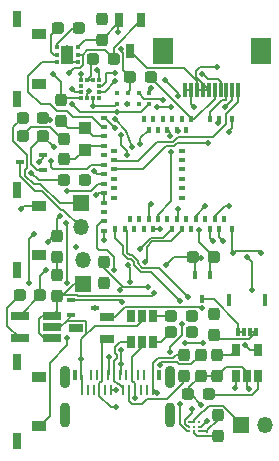
<source format=gbr>
%TF.GenerationSoftware,KiCad,Pcbnew,(5.99.0-8775-g06a515339c)*%
%TF.CreationDate,2021-03-27T00:10:39-04:00*%
%TF.ProjectId,mk2,6d6b322e-6b69-4636-9164-5f7063625858,rev?*%
%TF.SameCoordinates,Original*%
%TF.FileFunction,Copper,L1,Top*%
%TF.FilePolarity,Positive*%
%FSLAX46Y46*%
G04 Gerber Fmt 4.6, Leading zero omitted, Abs format (unit mm)*
G04 Created by KiCad (PCBNEW (5.99.0-8775-g06a515339c)) date 2021-03-27 00:10:39*
%MOMM*%
%LPD*%
G01*
G04 APERTURE LIST*
G04 Aperture macros list*
%AMRoundRect*
0 Rectangle with rounded corners*
0 $1 Rounding radius*
0 $2 $3 $4 $5 $6 $7 $8 $9 X,Y pos of 4 corners*
0 Add a 4 corners polygon primitive as box body*
4,1,4,$2,$3,$4,$5,$6,$7,$8,$9,$2,$3,0*
0 Add four circle primitives for the rounded corners*
1,1,$1+$1,$2,$3*
1,1,$1+$1,$4,$5*
1,1,$1+$1,$6,$7*
1,1,$1+$1,$8,$9*
0 Add four rect primitives between the rounded corners*
20,1,$1+$1,$2,$3,$4,$5,0*
20,1,$1+$1,$4,$5,$6,$7,0*
20,1,$1+$1,$6,$7,$8,$9,0*
20,1,$1+$1,$8,$9,$2,$3,0*%
G04 Aperture macros list end*
%TA.AperFunction,SMDPad,CuDef*%
%ADD10RoundRect,0.237500X-0.237500X0.287500X-0.237500X-0.287500X0.237500X-0.287500X0.237500X0.287500X0*%
%TD*%
%TA.AperFunction,SMDPad,CuDef*%
%ADD11R,0.700000X0.450000*%
%TD*%
%TA.AperFunction,ComponentPad*%
%ADD12O,1.350000X1.350000*%
%TD*%
%TA.AperFunction,ComponentPad*%
%ADD13R,1.350000X1.350000*%
%TD*%
%TA.AperFunction,SMDPad,CuDef*%
%ADD14RoundRect,0.237500X0.287500X0.237500X-0.287500X0.237500X-0.287500X-0.237500X0.287500X-0.237500X0*%
%TD*%
%TA.AperFunction,SMDPad,CuDef*%
%ADD15C,0.229500*%
%TD*%
%TA.AperFunction,SMDPad,CuDef*%
%ADD16RoundRect,0.237500X0.237500X-0.287500X0.237500X0.287500X-0.237500X0.287500X-0.237500X-0.287500X0*%
%TD*%
%TA.AperFunction,SMDPad,CuDef*%
%ADD17R,0.300000X0.350000*%
%TD*%
%TA.AperFunction,SMDPad,CuDef*%
%ADD18R,0.350000X0.300000*%
%TD*%
%TA.AperFunction,SMDPad,CuDef*%
%ADD19R,0.400000X0.600000*%
%TD*%
%TA.AperFunction,SMDPad,CuDef*%
%ADD20R,0.600000X0.400000*%
%TD*%
%TA.AperFunction,SMDPad,CuDef*%
%ADD21R,0.650000X1.060000*%
%TD*%
%TA.AperFunction,SMDPad,CuDef*%
%ADD22R,1.220000X0.650000*%
%TD*%
%TA.AperFunction,SMDPad,CuDef*%
%ADD23R,0.650000X1.220000*%
%TD*%
%TA.AperFunction,SMDPad,CuDef*%
%ADD24R,1.270000X0.900000*%
%TD*%
%TA.AperFunction,SMDPad,CuDef*%
%ADD25R,0.800000X1.450000*%
%TD*%
%TA.AperFunction,SMDPad,CuDef*%
%ADD26R,0.300000X1.300000*%
%TD*%
%TA.AperFunction,SMDPad,CuDef*%
%ADD27R,1.800000X2.200000*%
%TD*%
%TA.AperFunction,SMDPad,CuDef*%
%ADD28R,0.300000X0.700000*%
%TD*%
%TA.AperFunction,SMDPad,CuDef*%
%ADD29R,0.300000X1.000000*%
%TD*%
%TA.AperFunction,SMDPad,CuDef*%
%ADD30RoundRect,0.237500X-0.287500X-0.237500X0.287500X-0.237500X0.287500X0.237500X-0.287500X0.237500X0*%
%TD*%
%TA.AperFunction,SMDPad,CuDef*%
%ADD31R,0.400000X0.420000*%
%TD*%
%TA.AperFunction,SMDPad,CuDef*%
%ADD32R,0.450000X0.700000*%
%TD*%
%TA.AperFunction,SMDPad,CuDef*%
%ADD33RoundRect,0.093750X0.093750X0.106250X-0.093750X0.106250X-0.093750X-0.106250X0.093750X-0.106250X0*%
%TD*%
%TA.AperFunction,ComponentPad*%
%ADD34C,0.500000*%
%TD*%
%TA.AperFunction,SMDPad,CuDef*%
%ADD35R,1.000000X1.600000*%
%TD*%
%TA.AperFunction,SMDPad,CuDef*%
%ADD36R,1.100000X1.050000*%
%TD*%
%TA.AperFunction,SMDPad,CuDef*%
%ADD37R,0.330200X0.812800*%
%TD*%
%TA.AperFunction,SMDPad,CuDef*%
%ADD38R,0.279400X0.812800*%
%TD*%
%TA.AperFunction,ComponentPad*%
%ADD39O,0.914400X2.108200*%
%TD*%
%TA.AperFunction,ComponentPad*%
%ADD40O,0.914400X1.905000*%
%TD*%
%TA.AperFunction,SMDPad,CuDef*%
%ADD41R,1.560000X0.650000*%
%TD*%
%TA.AperFunction,ViaPad*%
%ADD42C,0.500000*%
%TD*%
%TA.AperFunction,Conductor*%
%ADD43C,0.130000*%
%TD*%
%TA.AperFunction,Conductor*%
%ADD44C,0.200000*%
%TD*%
G04 APERTURE END LIST*
D10*
%TO.P,R2,2*%
%TO.N,GND*%
X20400000Y-35675000D03*
%TO.P,R2,1*%
%TO.N,FLASHLIGHT*%
X20400000Y-33925000D03*
%TD*%
D11*
%TO.P,Q1,3,D*%
%TO.N,Net-(J6-Pad2)*%
X19600000Y-37800000D03*
%TO.P,Q1,2,S*%
%TO.N,GND*%
X17600000Y-38450000D03*
%TO.P,Q1,1,G*%
%TO.N,FLASHLIGHT*%
X17600000Y-37150000D03*
%TD*%
D12*
%TO.P,J6,2,Pin_2*%
%TO.N,Net-(J6-Pad2)*%
X18600000Y-33800000D03*
D13*
%TO.P,J6,1,Pin_1*%
%TO.N,VIN*%
X18600000Y-35800000D03*
%TD*%
D14*
%TO.P,R4,1*%
%TO.N,Net-(IC1-Pad35)*%
X27799000Y-39878000D03*
%TO.P,R4,2*%
%TO.N,USB_DP*%
X26049000Y-39878000D03*
%TD*%
%TO.P,R13,1*%
%TO.N,BACKLIGHT*%
X29704000Y-33528000D03*
%TO.P,R13,2*%
%TO.N,GND*%
X27954000Y-33528000D03*
%TD*%
D10*
%TO.P,R14,1*%
%TO.N,VIN*%
X29718000Y-38368000D03*
%TO.P,R14,2*%
%TO.N,Net-(J4-Pad1)*%
X29718000Y-40118000D03*
%TD*%
D15*
%TO.P,U6,A1,TH*%
%TO.N,+BATT*%
X27600000Y-47477000D03*
%TO.P,U6,A2,BATT*%
X28000000Y-47477000D03*
%TO.P,U6,A3,NC*%
%TO.N,N/C*%
X28400000Y-47477000D03*
%TO.P,U6,B1,SCL*%
%TO.N,SCL*%
X27600000Y-47877000D03*
%TO.P,U6,B2,~ALRT~*%
%TO.N,N/C*%
X28000000Y-47877000D03*
%TO.P,U6,B3,SYS*%
%TO.N,BATTPOW*%
X28400000Y-47877000D03*
%TO.P,U6,C1,SDA*%
%TO.N,SDA*%
X27600000Y-48277000D03*
%TO.P,U6,C2,REG*%
%TO.N,Net-(C10-Pad1)*%
X28000000Y-48277000D03*
%TO.P,U6,C3,GND*%
%TO.N,GND*%
X28400000Y-48277000D03*
%TD*%
D16*
%TO.P,C4,1*%
%TO.N,VIN*%
X16383000Y-36816000D03*
%TO.P,C4,2*%
%TO.N,GND*%
X16383000Y-35066000D03*
%TD*%
D14*
%TO.P,C9,1*%
%TO.N,LCD_DISP*%
X24370000Y-18288000D03*
%TO.P,C9,2*%
%TO.N,GND*%
X22620000Y-18288000D03*
%TD*%
D16*
%TO.P,C8,1*%
%TO.N,+5V*%
X20193000Y-15099000D03*
%TO.P,C8,2*%
%TO.N,GND*%
X20193000Y-13349000D03*
%TD*%
D17*
%TO.P,U4,1,SDO*%
%TO.N,GND*%
X18427000Y-20079000D03*
%TO.P,U4,2,SDX*%
%TO.N,SDA*%
X18927000Y-20079000D03*
%TO.P,U4,3,VDDIO*%
%TO.N,VCC*%
X19427000Y-20079000D03*
%TO.P,U4,4*%
%TO.N,N/C*%
X19927000Y-20079000D03*
D18*
%TO.P,U4,5,INT1*%
%TO.N,ACCELINT1*%
X19952000Y-19554000D03*
%TO.P,U4,6,INT2*%
%TO.N,ACCELINT2*%
X19952000Y-19054000D03*
D17*
%TO.P,U4,7,VDD*%
%TO.N,VCC*%
X19927000Y-18529000D03*
%TO.P,U4,8,GNDIO*%
%TO.N,GND*%
X19427000Y-18529000D03*
%TO.P,U4,9,GND*%
X18927000Y-18529000D03*
%TO.P,U4,10,~CSB~*%
%TO.N,VCC*%
X18427000Y-18529000D03*
D18*
%TO.P,U4,11*%
%TO.N,N/C*%
X18402000Y-19054000D03*
%TO.P,U4,12,SCX*%
%TO.N,SCL*%
X18402000Y-19554000D03*
%TD*%
D14*
%TO.P,R15,1*%
%TO.N,BUZZER*%
X15250000Y-23250000D03*
%TO.P,R15,2*%
%TO.N,GND*%
X13500000Y-23250000D03*
%TD*%
D19*
%TO.P,IC1,1,GND_1*%
%TO.N,GND*%
X31250000Y-21850000D03*
%TO.P,IC1,2,GND_2*%
X30150000Y-21850000D03*
%TO.P,IC1,3,P1.10*%
%TO.N,LCD_CS*%
X29350000Y-21850000D03*
%TO.P,IC1,4,P1.11*%
%TO.N,LCD_DISP*%
X27750000Y-21850000D03*
%TO.P,IC1,5,P1.12*%
%TO.N,N/C*%
X27350000Y-22750000D03*
%TO.P,IC1,6,P1.13*%
X26950000Y-21850000D03*
%TO.P,IC1,7,P1.14*%
%TO.N,ACCELINT1*%
X26550000Y-22750000D03*
%TO.P,IC1,8,P1.15*%
%TO.N,N/C*%
X26150000Y-21850000D03*
%TO.P,IC1,9,P0.03*%
%TO.N,ACCELINT2*%
X25750000Y-22750000D03*
%TO.P,IC1,10,P0.29*%
%TO.N,N/C*%
X25350000Y-21850000D03*
%TO.P,IC1,11,P0.02*%
X24950000Y-22750000D03*
%TO.P,IC1,12,P0.31*%
X24550000Y-21850000D03*
%TO.P,IC1,13,P0.28*%
%TO.N,BUZZER*%
X24150000Y-22750000D03*
%TO.P,IC1,14,P0.30*%
%TO.N,N/C*%
X23750000Y-21850000D03*
D20*
%TO.P,IC1,15,GND_3*%
%TO.N,GND*%
X20350000Y-21700000D03*
%TO.P,IC1,16,P0.27*%
%TO.N,5VREG_EN*%
X20350000Y-22500000D03*
%TO.P,IC1,17,P0.00/XL1*%
%TO.N,/XL1*%
X20350000Y-23300000D03*
%TO.P,IC1,18,P0.01/XL2*%
%TO.N,/XL2*%
X20350000Y-24100000D03*
%TO.P,IC1,19,P0.26*%
%TO.N,N/C*%
X21250000Y-24500000D03*
%TO.P,IC1,20,P0.04*%
X20350000Y-24900000D03*
%TO.P,IC1,21,P0.05*%
%TO.N,SPI_CLK*%
X21250000Y-25300000D03*
%TO.P,IC1,22,P0.06*%
%TO.N,BUTTON1*%
X20350000Y-25700000D03*
%TO.P,IC1,23,P0.07*%
%TO.N,SPI_MOSI*%
X21250000Y-26100000D03*
%TO.P,IC1,24,P0.08*%
%TO.N,BUTTON5*%
X20350000Y-26500000D03*
%TO.P,IC1,25,P1.08*%
%TO.N,N/C*%
X21250000Y-26900000D03*
%TO.P,IC1,26,P1.09*%
%TO.N,BUTTON3*%
X20350000Y-27300000D03*
%TO.P,IC1,27,P0.11*%
%TO.N,N/C*%
X21250000Y-27700000D03*
%TO.P,IC1,28,VDD*%
%TO.N,VCC*%
X20350000Y-28100000D03*
%TO.P,IC1,29,P0.12*%
%TO.N,N/C*%
X21250000Y-28500000D03*
%TO.P,IC1,30,VDDH*%
%TO.N,VCC*%
X20350000Y-28900000D03*
%TO.P,IC1,31,DCCH*%
%TO.N,N/C*%
X20350000Y-29700000D03*
%TO.P,IC1,32,VBUS*%
%TO.N,VUSB*%
X20350000Y-30500000D03*
%TO.P,IC1,33,GND_4*%
%TO.N,GND*%
X20350000Y-31300000D03*
D19*
%TO.P,IC1,34,D-*%
%TO.N,Net-(IC1-Pad34)*%
X21350000Y-31150000D03*
%TO.P,IC1,35,D+*%
%TO.N,Net-(IC1-Pad35)*%
X22150000Y-31150000D03*
%TO.P,IC1,36,P0.14*%
%TO.N,N/C*%
X22550000Y-30250000D03*
%TO.P,IC1,37,P0.13*%
%TO.N,SPARE*%
X22950000Y-31150000D03*
%TO.P,IC1,38,P0.16*%
%TO.N,N/C*%
X23350000Y-30250000D03*
%TO.P,IC1,39,P0.15*%
X23750000Y-31150000D03*
%TO.P,IC1,40,P0.18/RESET*%
%TO.N,RST*%
X24150000Y-30250000D03*
%TO.P,IC1,41,P0.17*%
%TO.N,RTCIRQ*%
X24550000Y-31150000D03*
%TO.P,IC1,42,P0.19*%
%TO.N,SQW*%
X24950000Y-30250000D03*
%TO.P,IC1,43,P0.21*%
%TO.N,SIDE_INT*%
X25750000Y-30250000D03*
%TO.P,IC1,44,P0.20*%
%TO.N,SDA*%
X26150000Y-31150000D03*
%TO.P,IC1,45,P0.23*%
%TO.N,BACKLIGHT*%
X26550000Y-30250000D03*
%TO.P,IC1,46,P0.22*%
%TO.N,SCL*%
X26950000Y-31150000D03*
%TO.P,IC1,47,P1.00*%
%TO.N,N/C*%
X27350000Y-30250000D03*
%TO.P,IC1,48,P0.24*%
X27750000Y-31150000D03*
%TO.P,IC1,49,P0.25*%
%TO.N,FLASHLIGHT*%
X28150000Y-30250000D03*
%TO.P,IC1,50,P1.02*%
%TO.N,N/C*%
X28950000Y-30250000D03*
%TO.P,IC1,51,SWDIO*%
%TO.N,SWDIO*%
X29350000Y-31150000D03*
%TO.P,IC1,52,P0.09/NFC1*%
%TO.N,CHGNG*%
X29750000Y-30250000D03*
%TO.P,IC1,53,SWDCLK*%
%TO.N,SWDCLK*%
X30150000Y-31150000D03*
%TO.P,IC1,54,P0.10/NFC2*%
%TO.N,N/C*%
X30550000Y-30250000D03*
%TO.P,IC1,55,GND_5*%
%TO.N,GND*%
X31250000Y-31150000D03*
D20*
%TO.P,IC1,56,P1.04*%
%TO.N,N/C*%
X26950000Y-24500000D03*
%TO.P,IC1,57,P1.06*%
X26950000Y-25300000D03*
%TO.P,IC1,58,P1.07*%
X26950000Y-26100000D03*
%TO.P,IC1,59,P1.05*%
X26950000Y-26900000D03*
%TO.P,IC1,60,P1.03*%
X26950000Y-27700000D03*
%TO.P,IC1,61,P1.01*%
X26950000Y-28500000D03*
%TD*%
D21*
%TO.P,U3,1,STAT*%
%TO.N,CHGNG*%
X31550000Y-43600000D03*
%TO.P,U3,2,VSS*%
%TO.N,GND*%
X32500000Y-43600000D03*
%TO.P,U3,3,VBAT*%
%TO.N,BATTPOW*%
X33450000Y-43600000D03*
%TO.P,U3,4,VDD*%
%TO.N,VUSB*%
X33450000Y-41400000D03*
%TO.P,U3,5,PROG*%
%TO.N,Net-(R9-Pad1)*%
X31550000Y-41400000D03*
%TD*%
D16*
%TO.P,C10,1*%
%TO.N,Net-(C10-Pad1)*%
X30000000Y-48627000D03*
%TO.P,C10,2*%
%TO.N,GND*%
X30000000Y-46877000D03*
%TD*%
D22*
%TO.P,D1,1,A*%
%TO.N,VUSB*%
X20620000Y-40450000D03*
%TO.P,D1,2,A*%
%TO.N,BATTPOW*%
X20620000Y-38550000D03*
%TO.P,D1,3,K*%
%TO.N,Net-(D1-Pad3)*%
X18000000Y-39500000D03*
%TD*%
D11*
%TO.P,Q4,1,G*%
%TO.N,BUZZER*%
X15250000Y-26150000D03*
%TO.P,Q4,2,S*%
%TO.N,GND*%
X15250000Y-24850000D03*
%TO.P,Q4,3,D*%
%TO.N,Net-(J3-Pad2)*%
X13250000Y-25500000D03*
%TD*%
D14*
%TO.P,C20,1*%
%TO.N,BATTPOW*%
X29250000Y-45127000D03*
%TO.P,C20,2*%
%TO.N,GND*%
X27500000Y-45127000D03*
%TD*%
D21*
%TO.P,U5,1,CH1Out*%
%TO.N,USB_DN*%
X24572000Y-38524000D03*
%TO.P,U5,2,GND*%
%TO.N,GND*%
X23622000Y-38524000D03*
%TO.P,U5,3,CH1In*%
%TO.N,USB_DN_EXT*%
X22672000Y-38524000D03*
%TO.P,U5,4,CH2Int*%
%TO.N,USB_DP_EXT*%
X22672000Y-40724000D03*
%TO.P,U5,5,VCC*%
%TO.N,VUSB*%
X23622000Y-40724000D03*
%TO.P,U5,6,CH2Out*%
%TO.N,USB_DP*%
X24572000Y-40724000D03*
%TD*%
D23*
%TO.P,D2,1,A*%
%TO.N,VIN*%
X23556000Y-13422000D03*
%TO.P,D2,2,A*%
%TO.N,+5V*%
X21656000Y-13422000D03*
%TO.P,D2,3,K*%
%TO.N,DISP_POWER*%
X22606000Y-16042000D03*
%TD*%
D24*
%TO.P,SW2,1,1*%
%TO.N,GND*%
X14885000Y-14650000D03*
%TO.P,SW2,2,2*%
%TO.N,BUTTON1*%
X14885000Y-18850000D03*
D25*
%TO.P,SW2,3*%
%TO.N,N/C*%
X13000000Y-13375000D03*
%TO.P,SW2,4*%
X13000000Y-20125000D03*
%TD*%
D26*
%TO.P,J1,1,Pin_1*%
%TO.N,SPI_CLK*%
X31750000Y-19350000D03*
%TO.P,J1,2,Pin_2*%
%TO.N,SPI_MOSI*%
X31250000Y-19350000D03*
%TO.P,J1,3,Pin_3*%
%TO.N,LCD_CS*%
X30750000Y-19350000D03*
%TO.P,J1,4,Pin_4*%
%TO.N,SQW*%
X30250000Y-19350000D03*
%TO.P,J1,5,Pin_5*%
%TO.N,LCD_DISP*%
X29750000Y-19350000D03*
%TO.P,J1,6,Pin_6*%
%TO.N,DISP_POWER*%
X29250000Y-19350000D03*
%TO.P,J1,7,Pin_7*%
X28750000Y-19350000D03*
%TO.P,J1,8,Pin_8*%
X28250000Y-19350000D03*
%TO.P,J1,9,Pin_9*%
%TO.N,GND*%
X27750000Y-19350000D03*
%TO.P,J1,10,Pin_10*%
X27250000Y-19350000D03*
D27*
%TO.P,J1,MP*%
%TO.N,N/C*%
X25350000Y-16100000D03*
X33650000Y-16100000D03*
%TD*%
D10*
%TO.P,R9,1*%
%TO.N,Net-(R9-Pad1)*%
X29972000Y-41797000D03*
%TO.P,R9,2*%
%TO.N,GND*%
X29972000Y-43547000D03*
%TD*%
D28*
%TO.P,J4,1,1*%
%TO.N,Net-(J4-Pad1)*%
X33250000Y-39825000D03*
%TO.P,J4,2,2*%
X32750000Y-39825000D03*
%TO.P,J4,3,3*%
%TO.N,Net-(J4-Pad3)*%
X32250000Y-39825000D03*
%TO.P,J4,4,4*%
X31750000Y-39825000D03*
D29*
%TO.P,J4,S1,SHIELD*%
%TO.N,N/C*%
X34040000Y-37175000D03*
%TO.P,J4,S2,SHIELD__1*%
X30960000Y-37175000D03*
%TD*%
D10*
%TO.P,C2,1*%
%TO.N,GND*%
X17000000Y-23500000D03*
%TO.P,C2,2*%
%TO.N,/XL2*%
X17000000Y-25250000D03*
%TD*%
D30*
%TO.P,C5,1*%
%TO.N,GND*%
X19445000Y-16764000D03*
%TO.P,C5,2*%
%TO.N,VIN*%
X21195000Y-16764000D03*
%TD*%
D31*
%TO.P,IC2,1,SDA*%
%TO.N,SDA*%
X24210000Y-19616000D03*
%TO.P,IC2,2,SQW*%
%TO.N,SQW*%
X23310000Y-19616000D03*
%TO.P,IC2,3,VSS*%
%TO.N,GND*%
X22410000Y-19616000D03*
%TO.P,IC2,4*%
%TO.N,N/C*%
X21510000Y-19616000D03*
%TO.P,IC2,5,VCC*%
%TO.N,VCC*%
X21510000Y-20516000D03*
%TO.P,IC2,6,~IRQ/OUT~*%
%TO.N,RTCIRQ*%
X22410000Y-20516000D03*
%TO.P,IC2,7*%
%TO.N,N/C*%
X23310000Y-20516000D03*
%TO.P,IC2,8,SCL*%
%TO.N,SCL*%
X24210000Y-20516000D03*
%TD*%
D13*
%TO.P,BT1,1,+*%
%TO.N,+BATT*%
X32000000Y-47750000D03*
D12*
%TO.P,BT1,2,-*%
%TO.N,GND*%
X34000000Y-47750000D03*
%TD*%
D24*
%TO.P,SW4,1,1*%
%TO.N,GND*%
X14885000Y-43650000D03*
%TO.P,SW4,2,2*%
%TO.N,BUTTON3*%
X14885000Y-47850000D03*
D25*
%TO.P,SW4,3*%
%TO.N,N/C*%
X13000000Y-42375000D03*
%TO.P,SW4,4*%
X13000000Y-49125000D03*
%TD*%
D14*
%TO.P,C6,1*%
%TO.N,Net-(C6-Pad1)*%
X18274000Y-14097000D03*
%TO.P,C6,2*%
%TO.N,Net-(C6-Pad2)*%
X16524000Y-14097000D03*
%TD*%
D32*
%TO.P,Q3,1,G*%
%TO.N,BACKLIGHT*%
X29352000Y-35068000D03*
%TO.P,Q3,2,S*%
%TO.N,GND*%
X28052000Y-35068000D03*
%TO.P,Q3,3,D*%
%TO.N,Net-(J4-Pad3)*%
X28702000Y-37068000D03*
%TD*%
D33*
%TO.P,U1,1,GND*%
%TO.N,GND*%
X18140500Y-17033000D03*
%TO.P,U1,2,VIN*%
%TO.N,VIN*%
X18140500Y-16383000D03*
%TO.P,U1,3,VOUT*%
%TO.N,+5V*%
X18140500Y-15733000D03*
%TO.P,U1,4,CP+*%
%TO.N,Net-(C6-Pad1)*%
X16365500Y-15733000D03*
%TO.P,U1,5,CP-*%
%TO.N,Net-(C6-Pad2)*%
X16365500Y-16383000D03*
%TO.P,U1,6,ENA*%
%TO.N,5VREG_EN*%
X16365500Y-17033000D03*
D34*
%TO.P,U1,7,EP*%
%TO.N,GND*%
X17253000Y-15833000D03*
X17253000Y-16933000D03*
D35*
X17253000Y-16383000D03*
%TD*%
D36*
%TO.P,Y1,1,1*%
%TO.N,/XL2*%
X18750000Y-24425000D03*
%TO.P,Y1,2,2*%
%TO.N,/XL1*%
X18750000Y-22575000D03*
%TD*%
D37*
%TO.P,J2,29*%
%TO.N,N/C*%
X17950000Y-43491007D03*
%TO.P,J2,30*%
X25050000Y-43491007D03*
D38*
%TO.P,J2,A1,GND*%
%TO.N,GND*%
X18449968Y-43491068D03*
%TO.P,J2,A2,TX1+*%
%TO.N,N/C*%
X19250068Y-43491068D03*
%TO.P,J2,A3,TX1-*%
X19749940Y-43491068D03*
%TO.P,J2,A4,VBUS*%
%TO.N,VUSB*%
X20250066Y-43491068D03*
%TO.P,J2,A5,CC1*%
%TO.N,Net-(J2-PadA5)*%
X20750192Y-43491068D03*
%TO.P,J2,A6,D+*%
%TO.N,USB_DP_EXT*%
X21250318Y-43491068D03*
%TO.P,J2,A7,D-*%
%TO.N,USB_DN_EXT*%
X21750444Y-43491068D03*
%TO.P,J2,A8,SBU1*%
%TO.N,N/C*%
X22250570Y-43491068D03*
%TO.P,J2,A9,VBUS*%
%TO.N,VUSB*%
X22750696Y-43491068D03*
%TO.P,J2,A10,RX2-*%
%TO.N,N/C*%
X23250822Y-43491068D03*
%TO.P,J2,A11,RX2+*%
X23749932Y-43491068D03*
%TO.P,J2,A12,GND*%
%TO.N,GND*%
X24550032Y-43491068D03*
%TO.P,J2,B1,GND*%
X24499994Y-44741068D03*
%TO.P,J2,B2,TX2+*%
%TO.N,N/C*%
X23999868Y-44741068D03*
%TO.P,J2,B3,TX2-*%
X23499742Y-44741068D03*
%TO.P,J2,B4,VBUS*%
%TO.N,VUSB*%
X22999616Y-44741068D03*
%TO.P,J2,B5,CC2*%
%TO.N,Net-(J2-PadB5)*%
X22499490Y-44741068D03*
%TO.P,J2,B6,D+*%
%TO.N,USB_DP_EXT*%
X21999364Y-44741068D03*
%TO.P,J2,B7,D-*%
%TO.N,USB_DN_EXT*%
X20999874Y-44741068D03*
%TO.P,J2,B8,SBU2*%
%TO.N,N/C*%
X20499748Y-44741068D03*
%TO.P,J2,B9,VBUS*%
%TO.N,VUSB*%
X19999622Y-44741068D03*
%TO.P,J2,B10,RX1-*%
%TO.N,N/C*%
X19499496Y-44741068D03*
%TO.P,J2,B11,RX1+*%
X18999370Y-44741068D03*
%TO.P,J2,B12,GND*%
%TO.N,GND*%
X18499244Y-44741068D03*
D39*
%TO.P,J2,S_1*%
%TO.N,N/C*%
X25950000Y-46866067D03*
%TO.P,J2,S_2*%
X17050000Y-46866067D03*
D40*
%TO.P,J2,S_3*%
X25950000Y-43666066D03*
%TO.P,J2,S_4*%
X17050000Y-43666066D03*
%TD*%
D10*
%TO.P,C7,1*%
%TO.N,VCC*%
X16383000Y-31764000D03*
%TO.P,C7,2*%
%TO.N,GND*%
X16383000Y-33514000D03*
%TD*%
D14*
%TO.P,R3,1*%
%TO.N,Net-(IC1-Pad34)*%
X27799000Y-38481000D03*
%TO.P,R3,2*%
%TO.N,USB_DN*%
X26049000Y-38481000D03*
%TD*%
D16*
%TO.P,R11,1*%
%TO.N,Net-(J2-PadB5)*%
X27178000Y-43547000D03*
%TO.P,R11,2*%
%TO.N,GND*%
X27178000Y-41797000D03*
%TD*%
D14*
%TO.P,R16,1*%
%TO.N,VCC*%
X15250000Y-21750000D03*
%TO.P,R16,2*%
%TO.N,Net-(J3-Pad1)*%
X13500000Y-21750000D03*
%TD*%
%TO.P,C3,1*%
%TO.N,VCC*%
X18750000Y-27000000D03*
%TO.P,C3,2*%
%TO.N,GND*%
X17000000Y-27000000D03*
%TD*%
D24*
%TO.P,SW1,1,1*%
%TO.N,GND*%
X14885000Y-29150000D03*
%TO.P,SW1,2,2*%
%TO.N,BUTTON5*%
X14885000Y-33350000D03*
D25*
%TO.P,SW1,3*%
%TO.N,N/C*%
X13000000Y-27875000D03*
%TO.P,SW1,4*%
X13000000Y-34625000D03*
%TD*%
D13*
%TO.P,J3,1,Pin_1*%
%TO.N,Net-(J3-Pad1)*%
X18415000Y-28972000D03*
D12*
%TO.P,J3,2,Pin_2*%
%TO.N,Net-(J3-Pad2)*%
X18415000Y-30972000D03*
%TD*%
D16*
%TO.P,R12,1*%
%TO.N,GND*%
X28575000Y-43547000D03*
%TO.P,R12,2*%
%TO.N,Net-(J2-PadA5)*%
X28575000Y-41797000D03*
%TD*%
D41*
%TO.P,U2,1,VIN*%
%TO.N,VIN*%
X15950000Y-40400000D03*
%TO.P,U2,2,GND*%
%TO.N,GND*%
X15950000Y-39450000D03*
%TO.P,U2,3,EN*%
%TO.N,VIN*%
X15950000Y-38500000D03*
%TO.P,U2,4,FB*%
%TO.N,VCC*%
X13250000Y-38500000D03*
%TO.P,U2,5,SW*%
%TO.N,Net-(L1-Pad1)*%
X13250000Y-40400000D03*
%TD*%
D30*
%TO.P,L1,1,1*%
%TO.N,Net-(L1-Pad1)*%
X13250000Y-36750000D03*
%TO.P,L1,2,2*%
%TO.N,VCC*%
X15000000Y-36750000D03*
%TD*%
D10*
%TO.P,C1,1*%
%TO.N,GND*%
X16750000Y-20250000D03*
%TO.P,C1,2*%
%TO.N,/XL1*%
X16750000Y-22000000D03*
%TD*%
D42*
%TO.N,GND*%
X20400000Y-35600000D03*
%TO.N,FLASHLIGHT*%
X21714158Y-36301245D03*
X21900000Y-37300000D03*
%TO.N,Net-(J6-Pad2)*%
X19600000Y-37800000D03*
%TO.N,GND*%
X16383000Y-35066000D03*
%TO.N,VUSB*%
X21249148Y-34630852D03*
%TO.N,VCC*%
X15487056Y-34588825D03*
X15600000Y-32200000D03*
%TO.N,SDA*%
X23400000Y-32800000D03*
%TO.N,SCL*%
X22390798Y-34190798D03*
%TO.N,GND*%
X33655000Y-33172400D03*
X20269200Y-13258800D03*
X14909800Y-25425400D03*
X14986000Y-14478000D03*
X20421600Y-32054800D03*
X18449968Y-42150032D03*
X21336000Y-22606000D03*
X30073600Y-22148800D03*
X16967200Y-23317200D03*
X27200000Y-41800000D03*
X28586081Y-33568972D03*
X32639000Y-44704000D03*
X28575000Y-43547000D03*
X13614400Y-23418800D03*
X21831000Y-15937999D03*
X30073600Y-43561000D03*
X14224000Y-26365200D03*
X24900000Y-45000000D03*
X25600000Y-34200000D03*
X28600000Y-46000000D03*
X16052800Y-18034000D03*
X31292800Y-33172400D03*
X30175200Y-46812200D03*
X17983200Y-32664400D03*
X19304000Y-16764000D03*
X15000000Y-43600000D03*
X27990800Y-20777200D03*
X13335000Y-29464000D03*
X30937200Y-22910800D03*
%TO.N,VCC*%
X19822694Y-17679875D03*
X22301200Y-24892000D03*
X18750000Y-27000000D03*
X16662400Y-30022800D03*
X15825000Y-21925392D03*
X19456400Y-20726400D03*
X21793200Y-23164800D03*
X18427000Y-18020600D03*
X19685000Y-28270200D03*
%TO.N,VIN*%
X14000000Y-35750000D03*
X14419999Y-31580001D03*
X24638000Y-36576000D03*
X15950000Y-38500000D03*
X17399000Y-17907000D03*
X29718000Y-38368000D03*
X16383000Y-36816000D03*
%TO.N,BATTPOW*%
X29250000Y-45127000D03*
X29075147Y-47396517D03*
X28702000Y-37868002D03*
%TO.N,VUSB*%
X32325002Y-41000000D03*
X28800009Y-40800000D03*
X23665010Y-40724000D03*
X27200000Y-40800000D03*
X21400000Y-46200000D03*
X20620000Y-40450000D03*
X22999617Y-45416901D03*
%TO.N,Net-(IC1-Pad34)*%
X26797000Y-37211000D03*
X27799000Y-38481000D03*
%TO.N,Net-(IC1-Pad35)*%
X27483838Y-36855038D03*
X27799000Y-39878000D03*
%TO.N,RST*%
X24341010Y-28998990D03*
%TO.N,SWDIO*%
X29591000Y-32131000D03*
%TO.N,SWDCLK*%
X30480000Y-32131000D03*
%TO.N,SQW*%
X28702000Y-18034000D03*
X26070863Y-24643340D03*
X25400000Y-20193000D03*
%TO.N,SDA*%
X26814872Y-45995290D03*
X19123667Y-19480928D03*
X22758400Y-24180800D03*
X21323702Y-21854327D03*
X24333200Y-19202400D03*
%TO.N,RTCIRQ*%
X22352000Y-20574000D03*
X25146000Y-31115000D03*
%TO.N,SCL*%
X26991028Y-39192882D03*
X23876000Y-33909000D03*
X21452997Y-21219003D03*
X17673385Y-20594010D03*
X25979659Y-41521428D03*
X17653000Y-19304000D03*
X27800000Y-46400000D03*
X22600000Y-35600000D03*
%TO.N,BACKLIGHT*%
X26670000Y-29464000D03*
X28440990Y-31195332D03*
%TO.N,BUZZER*%
X16118817Y-24224193D03*
X23446133Y-23976758D03*
%TO.N,CHGNG*%
X32893000Y-36307000D03*
X30988000Y-29210000D03*
X31496000Y-44577000D03*
X32492000Y-33508000D03*
%TO.N,SPI_MOSI*%
X29210000Y-23876000D03*
X30607000Y-20828000D03*
%TO.N,BUTTON1*%
X14885000Y-18850000D03*
X15890675Y-25418525D03*
%TO.N,BUTTON5*%
X19536732Y-26267732D03*
X14885009Y-33350000D03*
%TO.N,BUTTON3*%
X17200000Y-30600000D03*
X17272000Y-35728000D03*
X17272000Y-27925000D03*
X17272000Y-40328000D03*
%TO.N,DISP_POWER*%
X29972000Y-17429000D03*
%TO.N,ACCELINT2*%
X24892000Y-20828000D03*
X26035000Y-20828000D03*
X21336000Y-17907000D03*
X25965209Y-23283318D03*
%TO.N,ACCELINT1*%
X25553943Y-18548721D03*
X26653168Y-22843168D03*
X21336000Y-18643600D03*
X26635326Y-19896775D03*
%TO.N,+5V*%
X21590000Y-14478000D03*
%TO.N,USB_DN_EXT*%
X21800000Y-41400000D03*
X21400000Y-44800000D03*
X22672000Y-38524000D03*
X21800000Y-42600000D03*
%TO.N,FLASHLIGHT*%
X24130000Y-36068000D03*
X28956000Y-29210000D03*
%TO.N,Net-(D1-Pad3)*%
X18000000Y-39500000D03*
%TO.N,Net-(J2-PadA5)*%
X20800000Y-42000000D03*
X25111855Y-42616481D03*
%TD*%
D43*
%TO.N,GND*%
X20400000Y-35675000D02*
X20400000Y-35600000D01*
%TO.N,FLASHLIGHT*%
X21947403Y-36068000D02*
X21714158Y-36301245D01*
X22232000Y-36068000D02*
X21947403Y-36068000D01*
%TO.N,VIN*%
X18165011Y-36802000D02*
X24412000Y-36802000D01*
X16397000Y-36802000D02*
X16489011Y-36709989D01*
X16489011Y-36709989D02*
X18073000Y-36709989D01*
X18073000Y-36709989D02*
X18165011Y-36802000D01*
X24412000Y-36802000D02*
X24638000Y-36576000D01*
%TO.N,FLASHLIGHT*%
X17600000Y-37150000D02*
X21750000Y-37150000D01*
X22028672Y-36068000D02*
X22232000Y-36068000D01*
X21750000Y-37150000D02*
X21900000Y-37300000D01*
%TO.N,BATTPOW*%
X22159213Y-37728989D02*
X28562987Y-37728989D01*
X20620000Y-38550000D02*
X21338202Y-38550000D01*
X21338202Y-38550000D02*
X22159213Y-37728989D01*
X28562987Y-37728989D02*
X28702000Y-37868002D01*
%TO.N,FLASHLIGHT*%
X22232000Y-36068000D02*
X24130000Y-36068000D01*
%TO.N,GND*%
X16383000Y-35066000D02*
X16383000Y-33514000D01*
%TO.N,BUTTON3*%
X17272000Y-30672000D02*
X17272000Y-35728000D01*
X17272000Y-30672000D02*
X17200000Y-30600000D01*
%TO.N,VUSB*%
X21249148Y-33549148D02*
X21249148Y-34630852D01*
X19784989Y-30887991D02*
X19784989Y-32744009D01*
X20627011Y-32927011D02*
X21249148Y-33549148D01*
X19967991Y-32927011D02*
X20627011Y-32927011D01*
X20172980Y-30500000D02*
X19784989Y-30887991D01*
X19784989Y-32744009D02*
X19967991Y-32927011D01*
%TO.N,FLASHLIGHT*%
X20400000Y-33925000D02*
X20400000Y-34439328D01*
X20400000Y-34439328D02*
X22028672Y-36068000D01*
%TO.N,VIN*%
X18600000Y-35800000D02*
X17874000Y-35800000D01*
X17874000Y-35800000D02*
X16858000Y-36816000D01*
X16858000Y-36816000D02*
X16383000Y-36816000D01*
%TO.N,GND*%
X17600000Y-38450000D02*
X17600000Y-38519978D01*
X17600000Y-38519978D02*
X17209989Y-38909989D01*
%TO.N,VCC*%
X16383000Y-31764000D02*
X16036000Y-31764000D01*
X15487056Y-34588825D02*
X15000000Y-35075881D01*
X16036000Y-31764000D02*
X15600000Y-32200000D01*
X15000000Y-35075881D02*
X15000000Y-36750000D01*
X15000000Y-36750000D02*
X13250000Y-38500000D01*
%TO.N,Net-(IC1-Pad35)*%
X25052801Y-34424001D02*
X27483838Y-36855038D01*
X23235810Y-34031012D02*
X23628799Y-34424001D01*
X23235810Y-33806902D02*
X23235810Y-34031012D01*
X22550584Y-33345786D02*
X22774694Y-33345786D01*
X23628799Y-34424001D02*
X25052801Y-34424001D01*
X22150000Y-31150000D02*
X22344999Y-31344999D01*
%TO.N,Net-(IC1-Pad34)*%
X23492104Y-34754012D02*
X24340012Y-34754012D01*
X22905799Y-34167707D02*
X23492104Y-34754012D01*
X24340012Y-34754012D02*
X26797000Y-37211000D01*
%TO.N,SCL*%
X22600000Y-35600000D02*
X22600000Y-34400000D01*
%TO.N,Net-(IC1-Pad35)*%
X22344999Y-33140201D02*
X22550584Y-33345786D01*
X22344999Y-31344999D02*
X22344999Y-33140201D01*
X22774694Y-33345786D02*
X23235810Y-33806902D01*
%TO.N,Net-(IC1-Pad34)*%
X22413889Y-33675797D02*
X22637999Y-33675797D01*
X21350000Y-31150000D02*
X21350000Y-31935412D01*
X22014988Y-33276896D02*
X22413889Y-33675797D01*
X21350000Y-31935412D02*
X22014988Y-32600400D01*
%TO.N,SCL*%
X22600000Y-34400000D02*
X22390798Y-34190798D01*
%TO.N,Net-(IC1-Pad34)*%
X22014988Y-32600400D02*
X22014988Y-33276896D01*
X22637999Y-33675797D02*
X22905799Y-33943597D01*
X22905799Y-33943597D02*
X22905799Y-34167707D01*
%TO.N,GND*%
X18449968Y-43491068D02*
X18449968Y-42150032D01*
X23622000Y-38906020D02*
X23209009Y-39319011D01*
X27727000Y-45127000D02*
X28600000Y-46000000D01*
X14240020Y-22509980D02*
X13500000Y-23250000D01*
X31250000Y-22598000D02*
X30937200Y-22910800D01*
X18822009Y-38909989D02*
X17209989Y-38909989D01*
X22620000Y-19406000D02*
X22410000Y-19616000D01*
X27250000Y-19350000D02*
X27750000Y-19350000D01*
X31242000Y-31599952D02*
X31242000Y-33121600D01*
X31250000Y-31591952D02*
X31242000Y-31599952D01*
X18427000Y-20079000D02*
X16921000Y-20079000D01*
X27178000Y-41797000D02*
X26466304Y-41797000D01*
X31250000Y-21850000D02*
X31250000Y-22598000D01*
X19304000Y-18152000D02*
X19304000Y-16764000D01*
X30150000Y-22072400D02*
X30073600Y-22148800D01*
X21831000Y-15937999D02*
X21831000Y-16015000D01*
X16507301Y-23192301D02*
X15824980Y-22509980D01*
X24963561Y-42036439D02*
X24550032Y-42449968D01*
X27500000Y-45127000D02*
X27500000Y-44636000D01*
X24641068Y-44741068D02*
X24900000Y-45000000D01*
X31242000Y-33121600D02*
X31292800Y-33172400D01*
X27750000Y-20536400D02*
X27990800Y-20777200D01*
X19427000Y-18529000D02*
X18927000Y-18529000D01*
X15824980Y-22509980D02*
X14240020Y-22509980D01*
X26272000Y-33528000D02*
X27954000Y-33528000D01*
X29125400Y-48277000D02*
X29133800Y-48285400D01*
X18499244Y-44741068D02*
X18499244Y-43540344D01*
X28052000Y-35068000D02*
X28052000Y-33626000D01*
X26226865Y-42036439D02*
X24963561Y-42036439D01*
X18449968Y-42150032D02*
X18449968Y-40462052D01*
X33475599Y-32992999D02*
X33655000Y-33172400D01*
X20430000Y-21700000D02*
X21336000Y-22606000D01*
X26466304Y-41797000D02*
X26226865Y-42036439D01*
X20350000Y-31300000D02*
X20350000Y-31983200D01*
X22620000Y-18288000D02*
X22620000Y-19406000D01*
X18030000Y-32711200D02*
X17983200Y-32664400D01*
X28400000Y-48277000D02*
X29125400Y-48277000D01*
X23209009Y-39319011D02*
X19593009Y-39319011D01*
X31472201Y-32992999D02*
X33475599Y-32992999D01*
X18875011Y-38962991D02*
X18822009Y-38909989D01*
X24550032Y-42449968D02*
X24550032Y-43491068D01*
X31292800Y-33172400D02*
X31472201Y-32992999D01*
X18875011Y-40037009D02*
X18875011Y-38962991D01*
X16750000Y-20250000D02*
X16750000Y-18731200D01*
X29133800Y-48158400D02*
X30000000Y-47292200D01*
X28545109Y-33528000D02*
X28586081Y-33568972D01*
X18449968Y-40462052D02*
X19593009Y-39319011D01*
X27750000Y-19350000D02*
X27750000Y-20536400D01*
X16669978Y-39450000D02*
X15950000Y-39450000D01*
X25600000Y-34200000D02*
X26272000Y-33528000D01*
X17000000Y-27000000D02*
X14858800Y-27000000D01*
X16750000Y-18731200D02*
X16052800Y-18034000D01*
X21985020Y-17717820D02*
X22555200Y-18288000D01*
X24499994Y-44741068D02*
X24641068Y-44741068D01*
X21985020Y-16244620D02*
X21985020Y-17717820D01*
X21831000Y-16015000D02*
X21793200Y-16052800D01*
X20350000Y-31983200D02*
X20421600Y-32054800D01*
X14858800Y-27000000D02*
X14224000Y-26365200D01*
X13649000Y-29150000D02*
X13335000Y-29464000D01*
X17209989Y-38909989D02*
X16669978Y-39450000D01*
X32500000Y-43600000D02*
X32500000Y-44565000D01*
X16967200Y-23317200D02*
X16507301Y-23192301D01*
X18140500Y-17033000D02*
X17353000Y-17033000D01*
X32500000Y-44565000D02*
X32639000Y-44704000D01*
X27500000Y-44636000D02*
X28575000Y-43561000D01*
X15250000Y-25085200D02*
X14909800Y-25425400D01*
X15250000Y-24850000D02*
X15250000Y-25085200D01*
X32500000Y-43217980D02*
X32082020Y-42800000D01*
X31250000Y-31150000D02*
X31250000Y-31591952D01*
X29133800Y-48285400D02*
X29133800Y-48158400D01*
X30719000Y-42800000D02*
X29972000Y-43547000D01*
X21793200Y-16052800D02*
X21985020Y-16244620D01*
X28575000Y-43561000D02*
X29958000Y-43561000D01*
X14885000Y-29150000D02*
X13649000Y-29150000D01*
X32082020Y-42800000D02*
X30719000Y-42800000D01*
X27954000Y-33528000D02*
X28545109Y-33528000D01*
X24550032Y-43491068D02*
X24550032Y-44691030D01*
X18927000Y-18529000D02*
X19304000Y-18152000D01*
%TO.N,+BATT*%
X28847201Y-46515001D02*
X28799952Y-46515001D01*
X28799952Y-46515001D02*
X28000000Y-47314953D01*
X28000000Y-47314953D02*
X28000000Y-47477000D01*
X29275222Y-46086980D02*
X28847201Y-46515001D01*
X32000000Y-47641328D02*
X30445652Y-46086980D01*
X27600000Y-47477000D02*
X28000000Y-47477000D01*
X30445652Y-46086980D02*
X29275222Y-46086980D01*
%TO.N,VCC*%
X16383000Y-31764000D02*
X16383000Y-30302200D01*
X19427000Y-20697000D02*
X19456400Y-20726400D01*
X16383000Y-30302200D02*
X16662400Y-30022800D01*
X20350000Y-28900000D02*
X20350000Y-28100000D01*
X21793200Y-24066180D02*
X21793200Y-23164800D01*
X22301200Y-24892000D02*
X22301200Y-24574180D01*
X22301200Y-24574180D02*
X21793200Y-24066180D01*
X19939000Y-18517000D02*
X19939000Y-18237020D01*
X19427000Y-20079000D02*
X19427000Y-20697000D01*
X18427000Y-18529000D02*
X18427000Y-18020600D01*
X15825000Y-21925392D02*
X15425392Y-21925392D01*
X19927000Y-18529000D02*
X19927000Y-17784181D01*
X21299600Y-20726400D02*
X19456400Y-20726400D01*
X21510000Y-20516000D02*
X21299600Y-20726400D01*
X19855200Y-28100000D02*
X19685000Y-28270200D01*
X19927000Y-17784181D02*
X19822694Y-17679875D01*
X20350000Y-28100000D02*
X19855200Y-28100000D01*
X18338800Y-17932400D02*
X18427000Y-18020600D01*
%TO.N,VIN*%
X15094000Y-38500000D02*
X15950000Y-38500000D01*
X17800401Y-17505599D02*
X18375279Y-17505599D01*
X16383000Y-36816000D02*
X16383000Y-38067000D01*
X15317980Y-40400000D02*
X14859000Y-39941020D01*
X14034989Y-35715011D02*
X14000000Y-35750000D01*
X20454980Y-16023980D02*
X18949348Y-16023980D01*
X18593020Y-17287858D02*
X18593020Y-16380308D01*
X14034989Y-31965011D02*
X14034989Y-35715011D01*
X21195000Y-16764000D02*
X21195000Y-15783000D01*
X18375279Y-17505599D02*
X18593020Y-17287858D01*
X18590328Y-16383000D02*
X18949348Y-16023980D01*
X14859000Y-39941020D02*
X14859000Y-38735000D01*
X17399000Y-17907000D02*
X17800401Y-17505599D01*
X16383000Y-38067000D02*
X15950000Y-38500000D01*
X14859000Y-38735000D02*
X15094000Y-38500000D01*
X14419999Y-31580001D02*
X14034989Y-31965011D01*
X18140500Y-16383000D02*
X18590328Y-16383000D01*
X21195000Y-16764000D02*
X20454980Y-16023980D01*
X21195000Y-15783000D02*
X23556000Y-13422000D01*
%TO.N,Net-(C10-Pad1)*%
X28217714Y-48656761D02*
X28000000Y-48439047D01*
X29970239Y-48656761D02*
X28217714Y-48656761D01*
X28000000Y-48439047D02*
X28000000Y-48277000D01*
%TO.N,BATTPOW*%
X33450000Y-44655202D02*
X32886201Y-45219001D01*
X28400000Y-47877000D02*
X28594664Y-47877000D01*
X28594664Y-47877000D02*
X29075147Y-47396517D01*
X32886201Y-45219001D02*
X29342001Y-45219001D01*
X33450000Y-43600000D02*
X33450000Y-44655202D01*
%TO.N,VUSB*%
X22750696Y-41977324D02*
X23622000Y-41106020D01*
X20250066Y-43967630D02*
X19999622Y-44218074D01*
X20250066Y-40819934D02*
X20620000Y-40450000D01*
X19999622Y-45264062D02*
X20935560Y-46200000D01*
X27200000Y-40800000D02*
X28800009Y-40800000D01*
X20935560Y-46200000D02*
X21400000Y-46200000D01*
X19999622Y-44218074D02*
X19999622Y-44741068D01*
X32725002Y-41400000D02*
X32325002Y-41000000D01*
X22999616Y-44218074D02*
X22999616Y-44741068D01*
X22750696Y-43491068D02*
X22750696Y-43969154D01*
X22750696Y-43969154D02*
X22999616Y-44218074D01*
X33450000Y-41400000D02*
X32725002Y-41400000D01*
X20250066Y-40819934D02*
X20250066Y-43491068D01*
X22999617Y-45416901D02*
X22999617Y-44741069D01*
X19999622Y-44741068D02*
X19999622Y-45264062D01*
X20250066Y-43491068D02*
X20250066Y-43967630D01*
X22750696Y-43491068D02*
X22750696Y-41977324D01*
%TO.N,RST*%
X24150000Y-30250000D02*
X24150000Y-29190000D01*
X24150000Y-29190000D02*
X24341010Y-28998990D01*
%TO.N,SWDIO*%
X29350000Y-31890000D02*
X29591000Y-32131000D01*
X29350000Y-31150000D02*
X29350000Y-31890000D01*
%TO.N,SWDCLK*%
X30150000Y-31150000D02*
X30150000Y-31801000D01*
X30150000Y-31801000D02*
X30480000Y-32131000D01*
%TO.N,SQW*%
X24950000Y-29914000D02*
X26070863Y-28793137D01*
X23784989Y-20090989D02*
X23310000Y-19616000D01*
X25400000Y-20193000D02*
X25297989Y-20090989D01*
X28776093Y-18034000D02*
X28702000Y-18034000D01*
X24950000Y-30250000D02*
X24950000Y-29914000D01*
X29177082Y-18434989D02*
X28776093Y-18034000D01*
X30250000Y-19350000D02*
X30250000Y-18662980D01*
X30250000Y-18662980D02*
X30022009Y-18434989D01*
X30022009Y-18434989D02*
X29177082Y-18434989D01*
X25297989Y-20090989D02*
X23784989Y-20090989D01*
X26070863Y-28793137D02*
X26070863Y-24643340D01*
%TO.N,SDA*%
X18927000Y-20079000D02*
X18927000Y-19677595D01*
X27600000Y-48277000D02*
X27441957Y-48277000D01*
X24362007Y-31882978D02*
X23410990Y-32833995D01*
X27441957Y-48277000D02*
X26800000Y-47635043D01*
X18927000Y-19677595D02*
X19123667Y-19480928D01*
X22274460Y-22805085D02*
X21323702Y-21854327D01*
X26800000Y-47635043D02*
X26800000Y-46010162D01*
X26150000Y-31150000D02*
X25417022Y-31882978D01*
X24210000Y-19616000D02*
X24210000Y-19325600D01*
X26800000Y-46010162D02*
X26814872Y-45995290D01*
X25417022Y-31882978D02*
X24362007Y-31882978D01*
X22758400Y-24180800D02*
X22274460Y-22805085D01*
X24210000Y-19325600D02*
X24333200Y-19202400D01*
%TO.N,RTCIRQ*%
X25111000Y-31150000D02*
X25146000Y-31115000D01*
X24550000Y-31150000D02*
X25111000Y-31150000D01*
%TO.N,SCL*%
X23506997Y-21219003D02*
X24210000Y-20516000D01*
X21452997Y-21219003D02*
X19827195Y-21219003D01*
X18320776Y-21241401D02*
X17673385Y-20594010D01*
X19827195Y-21219003D02*
X19804797Y-21241401D01*
X27579761Y-47856761D02*
X27417714Y-47856761D01*
X27220239Y-47294714D02*
X27800000Y-46714953D01*
X17903000Y-19554000D02*
X18402000Y-19554000D01*
X27417714Y-47856761D02*
X27220239Y-47659286D01*
X26024031Y-32162989D02*
X24479011Y-32162989D01*
X27220239Y-47659286D02*
X27220239Y-47294714D01*
X24010001Y-33774999D02*
X23876000Y-33909000D01*
X24479011Y-32162989D02*
X24010001Y-32631999D01*
X21600003Y-21219003D02*
X23506997Y-21219003D01*
X21452997Y-21219003D02*
X21600003Y-21219003D01*
X26991028Y-39192882D02*
X26991028Y-40142770D01*
X19804797Y-21241401D02*
X18320776Y-21241401D01*
X24010001Y-32631999D02*
X24010001Y-33774999D01*
X25979659Y-41154139D02*
X25979659Y-41521428D01*
X26991028Y-40142770D02*
X25979659Y-41154139D01*
X26950000Y-31237020D02*
X26024031Y-32162989D01*
X27800000Y-46714953D02*
X27800000Y-46400000D01*
X17653000Y-19304000D02*
X17903000Y-19554000D01*
D44*
%TO.N,USB_DP*%
X25203000Y-40724000D02*
X26049000Y-39878000D01*
X24572000Y-40724000D02*
X25203000Y-40724000D01*
%TO.N,USB_DN*%
X26049000Y-38481000D02*
X24615000Y-38481000D01*
D43*
%TO.N,Net-(L1-Pad1)*%
X12204989Y-37795011D02*
X12204989Y-39354989D01*
X13250000Y-36750000D02*
X12204989Y-37795011D01*
X12204989Y-39354989D02*
X13250000Y-40400000D01*
%TO.N,Net-(R9-Pad1)*%
X31153000Y-41797000D02*
X31550000Y-41400000D01*
X29972000Y-41797000D02*
X31153000Y-41797000D01*
%TO.N,BACKLIGHT*%
X29352000Y-35068000D02*
X29352000Y-33880000D01*
X28440990Y-32264990D02*
X28440990Y-31195332D01*
X26670000Y-29464000D02*
X26670000Y-30130000D01*
X29704000Y-33528000D02*
X28440990Y-32264990D01*
%TO.N,/XL1*%
X18750000Y-22575000D02*
X19475000Y-23300000D01*
X17325000Y-22575000D02*
X18750000Y-22575000D01*
X16750000Y-22000000D02*
X17325000Y-22575000D01*
X19475000Y-23300000D02*
X20350000Y-23300000D01*
%TO.N,/XL2*%
X17925000Y-25250000D02*
X18750000Y-24425000D01*
X19075000Y-24100000D02*
X20350000Y-24100000D01*
X17000000Y-25250000D02*
X17925000Y-25250000D01*
%TO.N,BUZZER*%
X23446133Y-23453867D02*
X23446133Y-23976758D01*
X24150000Y-22750000D02*
X23446133Y-23453867D01*
X14224000Y-25634999D02*
X14224000Y-24276000D01*
X14224000Y-24276000D02*
X15250000Y-23250000D01*
X15250000Y-26150000D02*
X14739001Y-26150000D01*
X14739001Y-26150000D02*
X14224000Y-25634999D01*
X15250000Y-23355376D02*
X16118817Y-24224193D01*
%TO.N,Net-(J3-Pad2)*%
X13250000Y-26620108D02*
X14569514Y-27939622D01*
X14569514Y-27939622D02*
X15144410Y-27939622D01*
X16712587Y-29507799D02*
X16950799Y-29507799D01*
X16950799Y-29507799D02*
X18415000Y-30972000D01*
X13250000Y-25500000D02*
X13250000Y-26620108D01*
X15144410Y-27939622D02*
X16712587Y-29507799D01*
%TO.N,Net-(J3-Pad1)*%
X12709980Y-23695652D02*
X12709980Y-22540020D01*
X13708999Y-26612401D02*
X13708999Y-26117999D01*
X15001505Y-27330011D02*
X14426609Y-27330011D01*
X16643494Y-28972000D02*
X15001505Y-27330011D01*
X13865011Y-25961987D02*
X13865011Y-24850683D01*
X13708999Y-26117999D02*
X13865011Y-25961987D01*
X12709980Y-22540020D02*
X13500000Y-21750000D01*
X18415000Y-28972000D02*
X16643494Y-28972000D01*
X14426609Y-27330011D02*
X13708999Y-26612401D01*
X13865011Y-24850683D02*
X12709980Y-23695652D01*
%TO.N,CHGNG*%
X30988000Y-29210000D02*
X30612980Y-29210000D01*
X32893000Y-33909000D02*
X32893000Y-36307000D01*
X31550000Y-43600000D02*
X31550000Y-44523000D01*
X30612980Y-29210000D02*
X29750000Y-30072980D01*
X31550000Y-44523000D02*
X31496000Y-44577000D01*
X32492000Y-33508000D02*
X32893000Y-33909000D01*
%TO.N,SPI_CLK*%
X31750000Y-20373202D02*
X31750000Y-19350000D01*
X26212410Y-23798319D02*
X26652560Y-23358169D01*
X26652560Y-23358169D02*
X29618851Y-23358169D01*
X30734000Y-22243020D02*
X30734000Y-21389202D01*
X30734000Y-21389202D02*
X31750000Y-20373202D01*
X23219003Y-25407001D02*
X24827685Y-23798319D01*
X21357001Y-25407001D02*
X23219003Y-25407001D01*
X24827685Y-23798319D02*
X26212410Y-23798319D01*
X29618851Y-23358169D02*
X30734000Y-22243020D01*
%TO.N,SPI_MOSI*%
X26601435Y-23876000D02*
X26349105Y-24128330D01*
X29210000Y-23876000D02*
X26601435Y-23876000D01*
X26349105Y-24128330D02*
X25633400Y-24128330D01*
X31250000Y-19350000D02*
X31250000Y-20185000D01*
X31250000Y-20185000D02*
X30607000Y-20828000D01*
X23661730Y-26100000D02*
X21250000Y-26100000D01*
X25633400Y-24128330D02*
X23661730Y-26100000D01*
%TO.N,LCD_DISP*%
X27750000Y-21850000D02*
X28027020Y-21850000D01*
X24370000Y-18388981D02*
X27750000Y-21768981D01*
X29750000Y-20127020D02*
X29750000Y-19350000D01*
X28027020Y-21850000D02*
X29750000Y-20127020D01*
%TO.N,LCD_CS*%
X29350000Y-21850000D02*
X29350000Y-21269798D01*
X30383799Y-20235999D02*
X30676005Y-20235999D01*
X30750000Y-20162004D02*
X30750000Y-19350000D01*
X30676005Y-20235999D02*
X30750000Y-20162004D01*
X29350000Y-21269798D02*
X30383799Y-20235999D01*
%TO.N,BUTTON1*%
X15890675Y-25898275D02*
X16032420Y-26040020D01*
X18917980Y-26040020D02*
X19258000Y-25700000D01*
X15890675Y-25418525D02*
X15890675Y-25898275D01*
X19258000Y-25700000D02*
X20350000Y-25700000D01*
X16032420Y-26040020D02*
X18917980Y-26040020D01*
%TO.N,BUTTON5*%
X19769000Y-26500000D02*
X19536732Y-26267732D01*
X20350000Y-26500000D02*
X19769000Y-26500000D01*
%TO.N,BUTTON3*%
X17272000Y-40984655D02*
X17272000Y-40328000D01*
X15785011Y-42471644D02*
X17272000Y-40984655D01*
X17272000Y-27925000D02*
X19267998Y-27925000D01*
X19892998Y-27300000D02*
X20350000Y-27300000D01*
X15785011Y-46949989D02*
X15785011Y-42471644D01*
X14885000Y-47850000D02*
X15785011Y-46949989D01*
X19267998Y-27925000D02*
X19892998Y-27300000D01*
%TO.N,DISP_POWER*%
X28186999Y-18286999D02*
X28186999Y-17786799D01*
X28250000Y-19350000D02*
X28250000Y-18572980D01*
X28250000Y-18572980D02*
X27142031Y-17465011D01*
X28544798Y-17429000D02*
X29972000Y-17429000D01*
X28186999Y-17786799D02*
X28544798Y-17429000D01*
X27142031Y-17465011D02*
X24029011Y-17465011D01*
X24029011Y-17465011D02*
X22606000Y-16042000D01*
X29250000Y-19350000D02*
X28186999Y-18286999D01*
X29250000Y-19350000D02*
X28250000Y-19350000D01*
%TO.N,Net-(J4-Pad3)*%
X29653672Y-37068000D02*
X28702000Y-37068000D01*
X31750000Y-39825000D02*
X31750000Y-39164328D01*
X31750000Y-39164328D02*
X29653672Y-37068000D01*
X32250000Y-39825000D02*
X31750000Y-39825000D01*
%TO.N,Net-(J4-Pad1)*%
X32634989Y-40440011D02*
X33250000Y-39825000D01*
X33250000Y-39825000D02*
X32750000Y-39825000D01*
X30040011Y-40440011D02*
X32634989Y-40440011D01*
%TO.N,ACCELINT2*%
X25965209Y-22965209D02*
X25750000Y-22750000D01*
X19952000Y-19054000D02*
X20204020Y-19054000D01*
X24892000Y-20828000D02*
X26035000Y-20828000D01*
X20574000Y-18684020D02*
X20574000Y-17907000D01*
X25965209Y-23283318D02*
X25965209Y-22965209D01*
X20574000Y-17907000D02*
X21336000Y-17907000D01*
X20204020Y-19054000D02*
X20574000Y-18684020D01*
%TO.N,ACCELINT1*%
X20425600Y-19554000D02*
X19952000Y-19554000D01*
X26635326Y-19896775D02*
X26635326Y-19630104D01*
X21336000Y-18643600D02*
X20425600Y-19554000D01*
X26635326Y-19630104D02*
X25553943Y-18548721D01*
%TO.N,Net-(C6-Pad2)*%
X15912980Y-14708020D02*
X15912980Y-16117980D01*
X15912980Y-16117980D02*
X16178000Y-16383000D01*
X16524000Y-14097000D02*
X15912980Y-14708020D01*
X16178000Y-16383000D02*
X16365500Y-16383000D01*
%TO.N,Net-(C6-Pad1)*%
X17761980Y-14097000D02*
X18274000Y-14097000D01*
X16365500Y-15733000D02*
X16365500Y-15493480D01*
X16365500Y-15493480D02*
X17761980Y-14097000D01*
%TO.N,+5V*%
X21590000Y-14478000D02*
X21590000Y-13488000D01*
X18774500Y-15099000D02*
X20193000Y-15099000D01*
X20193000Y-15099000D02*
X21656000Y-13636000D01*
X18140500Y-15733000D02*
X18774500Y-15099000D01*
%TO.N,5VREG_EN*%
X15824389Y-20560061D02*
X16397308Y-21132980D01*
X16397308Y-21132980D02*
X17237560Y-21132980D01*
X13984989Y-19512009D02*
X15033041Y-20560061D01*
X19359774Y-21632754D02*
X20227020Y-22500000D01*
X17737334Y-21632754D02*
X19359774Y-21632754D01*
X16365500Y-17033000D02*
X15139980Y-17033000D01*
X15139980Y-17033000D02*
X13984989Y-18187991D01*
X15033041Y-20560061D02*
X15824389Y-20560061D01*
X13984989Y-18187991D02*
X13984989Y-19512009D01*
X17237560Y-21132980D02*
X17737334Y-21632754D01*
%TO.N,USB_DP_EXT*%
X21647201Y-44284999D02*
X21543295Y-44284999D01*
X21543295Y-44284999D02*
X21250318Y-43992022D01*
X21284999Y-41152799D02*
X21713798Y-40724000D01*
X21999364Y-44637162D02*
X21647201Y-44284999D01*
X21250318Y-42311884D02*
X21469989Y-42092213D01*
X21713798Y-40724000D02*
X22672000Y-40724000D01*
X21250318Y-43491068D02*
X21250318Y-42311884D01*
X21469989Y-41832191D02*
X21284999Y-41647201D01*
X21469989Y-42092213D02*
X21469989Y-41832191D01*
X21284999Y-41647201D02*
X21284999Y-41152799D01*
X21250318Y-43992022D02*
X21250318Y-43491068D01*
%TO.N,USB_DN_EXT*%
X20999874Y-44741068D02*
X21341068Y-44741068D01*
X21341068Y-44741068D02*
X21400000Y-44800000D01*
X21800000Y-42600000D02*
X21800000Y-43441512D01*
X21800000Y-42600000D02*
X21800000Y-41400000D01*
%TO.N,FLASHLIGHT*%
X28956000Y-29210000D02*
X28150000Y-30016000D01*
%TO.N,Net-(J2-PadB5)*%
X24027400Y-45534802D02*
X23630300Y-45931902D01*
X22484616Y-45664102D02*
X22484616Y-44755942D01*
X22752416Y-45931902D02*
X22484616Y-45664102D01*
X23630300Y-45931902D02*
X22752416Y-45931902D01*
X27178000Y-44072000D02*
X25715198Y-45534802D01*
X25715198Y-45534802D02*
X24027400Y-45534802D01*
%TO.N,Net-(J2-PadA5)*%
X25328336Y-42400000D02*
X25111855Y-42616481D01*
X28575000Y-41797000D02*
X27784980Y-42587020D01*
X26545328Y-42400000D02*
X25328336Y-42400000D01*
X26732348Y-42587020D02*
X26545328Y-42400000D01*
X27784980Y-42587020D02*
X26732348Y-42587020D01*
X20800000Y-42000000D02*
X20800000Y-43441260D01*
%TD*%
M02*

</source>
